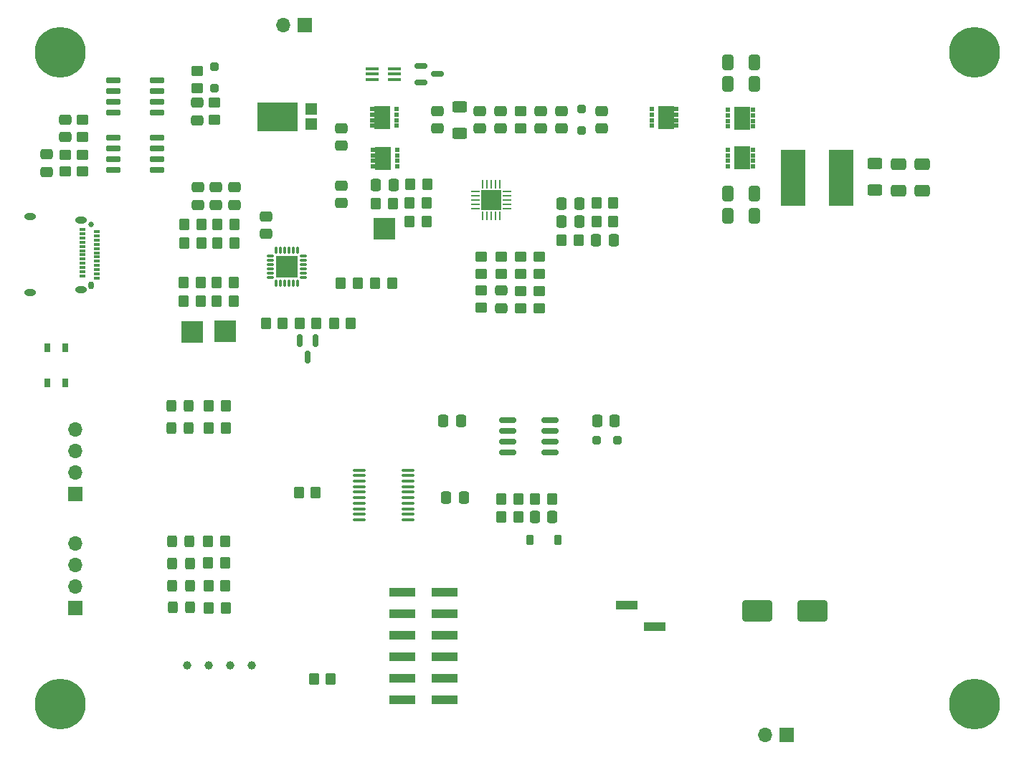
<source format=gts>
G04 #@! TF.GenerationSoftware,KiCad,Pcbnew,7.0.1*
G04 #@! TF.CreationDate,2023-10-22T20:19:39-04:00*
G04 #@! TF.ProjectId,battery_charging_devboard,62617474-6572-4795-9f63-68617267696e,rev?*
G04 #@! TF.SameCoordinates,Original*
G04 #@! TF.FileFunction,Soldermask,Top*
G04 #@! TF.FilePolarity,Negative*
%FSLAX46Y46*%
G04 Gerber Fmt 4.6, Leading zero omitted, Abs format (unit mm)*
G04 Created by KiCad (PCBNEW 7.0.1) date 2023-10-22 20:19:39*
%MOMM*%
%LPD*%
G01*
G04 APERTURE LIST*
G04 Aperture macros list*
%AMRoundRect*
0 Rectangle with rounded corners*
0 $1 Rounding radius*
0 $2 $3 $4 $5 $6 $7 $8 $9 X,Y pos of 4 corners*
0 Add a 4 corners polygon primitive as box body*
4,1,4,$2,$3,$4,$5,$6,$7,$8,$9,$2,$3,0*
0 Add four circle primitives for the rounded corners*
1,1,$1+$1,$2,$3*
1,1,$1+$1,$4,$5*
1,1,$1+$1,$6,$7*
1,1,$1+$1,$8,$9*
0 Add four rect primitives between the rounded corners*
20,1,$1+$1,$2,$3,$4,$5,0*
20,1,$1+$1,$4,$5,$6,$7,0*
20,1,$1+$1,$6,$7,$8,$9,0*
20,1,$1+$1,$8,$9,$2,$3,0*%
G04 Aperture macros list end*
%ADD10RoundRect,0.250000X-0.650000X0.412500X-0.650000X-0.412500X0.650000X-0.412500X0.650000X0.412500X0*%
%ADD11RoundRect,0.250000X0.450000X-0.350000X0.450000X0.350000X-0.450000X0.350000X-0.450000X-0.350000X0*%
%ADD12R,0.500000X0.470000*%
%ADD13R,0.550000X0.470000*%
%ADD14R,1.850000X2.700000*%
%ADD15RoundRect,0.250000X-0.337500X-0.475000X0.337500X-0.475000X0.337500X0.475000X-0.337500X0.475000X0*%
%ADD16RoundRect,0.250000X-0.350000X-0.450000X0.350000X-0.450000X0.350000X0.450000X-0.350000X0.450000X0*%
%ADD17RoundRect,0.250000X0.475000X-0.337500X0.475000X0.337500X-0.475000X0.337500X-0.475000X-0.337500X0*%
%ADD18RoundRect,0.250000X-0.412500X-0.650000X0.412500X-0.650000X0.412500X0.650000X-0.412500X0.650000X0*%
%ADD19RoundRect,0.250000X0.350000X0.450000X-0.350000X0.450000X-0.350000X-0.450000X0.350000X-0.450000X0*%
%ADD20RoundRect,0.250000X-0.250000X-0.250000X0.250000X-0.250000X0.250000X0.250000X-0.250000X0.250000X0*%
%ADD21RoundRect,0.250000X-0.325000X-0.450000X0.325000X-0.450000X0.325000X0.450000X-0.325000X0.450000X0*%
%ADD22RoundRect,0.250000X-0.475000X0.337500X-0.475000X-0.337500X0.475000X-0.337500X0.475000X0.337500X0*%
%ADD23RoundRect,0.250000X0.337500X0.475000X-0.337500X0.475000X-0.337500X-0.475000X0.337500X-0.475000X0*%
%ADD24RoundRect,0.250000X-0.450000X0.350000X-0.450000X-0.350000X0.450000X-0.350000X0.450000X0.350000X0*%
%ADD25RoundRect,0.150000X-0.150000X0.587500X-0.150000X-0.587500X0.150000X-0.587500X0.150000X0.587500X0*%
%ADD26C,0.800000*%
%ADD27C,6.000000*%
%ADD28RoundRect,0.150000X-0.725000X-0.150000X0.725000X-0.150000X0.725000X0.150000X-0.725000X0.150000X0*%
%ADD29RoundRect,0.250000X-0.625000X0.400000X-0.625000X-0.400000X0.625000X-0.400000X0.625000X0.400000X0*%
%ADD30R,2.500000X2.500000*%
%ADD31RoundRect,0.062500X-0.425000X-0.062500X0.425000X-0.062500X0.425000X0.062500X-0.425000X0.062500X0*%
%ADD32RoundRect,0.062500X-0.062500X-0.425000X0.062500X-0.425000X0.062500X0.425000X-0.062500X0.425000X0*%
%ADD33R,2.400000X2.400000*%
%ADD34RoundRect,0.250000X1.500000X1.000000X-1.500000X1.000000X-1.500000X-1.000000X1.500000X-1.000000X0*%
%ADD35C,1.000000*%
%ADD36R,2.510000X1.000000*%
%ADD37R,1.700000X1.700000*%
%ADD38O,1.700000X1.700000*%
%ADD39RoundRect,0.250000X0.625000X-0.400000X0.625000X0.400000X-0.625000X0.400000X-0.625000X-0.400000X0*%
%ADD40RoundRect,0.225000X-0.225000X-0.375000X0.225000X-0.375000X0.225000X0.375000X-0.225000X0.375000X0*%
%ADD41C,0.650000*%
%ADD42O,0.650000X0.950000*%
%ADD43R,0.700000X0.300000*%
%ADD44O,1.400000X0.800000*%
%ADD45R,2.850000X6.600000*%
%ADD46R,0.650000X1.050000*%
%ADD47RoundRect,0.150000X-0.587500X-0.150000X0.587500X-0.150000X0.587500X0.150000X-0.587500X0.150000X0*%
%ADD48RoundRect,0.100000X0.637500X0.100000X-0.637500X0.100000X-0.637500X-0.100000X0.637500X-0.100000X0*%
%ADD49R,1.500000X0.400000*%
%ADD50RoundRect,0.150000X0.725000X0.150000X-0.725000X0.150000X-0.725000X-0.150000X0.725000X-0.150000X0*%
%ADD51RoundRect,0.075000X-0.350000X-0.075000X0.350000X-0.075000X0.350000X0.075000X-0.350000X0.075000X0*%
%ADD52RoundRect,0.075000X-0.075000X-0.350000X0.075000X-0.350000X0.075000X0.350000X-0.075000X0.350000X0*%
%ADD53R,2.650000X2.650000*%
%ADD54RoundRect,0.150000X-0.825000X-0.150000X0.825000X-0.150000X0.825000X0.150000X-0.825000X0.150000X0*%
%ADD55RoundRect,0.250000X0.250000X-0.250000X0.250000X0.250000X-0.250000X0.250000X-0.250000X-0.250000X0*%
%ADD56R,3.150000X1.000000*%
%ADD57RoundRect,0.250000X-0.250000X0.250000X-0.250000X-0.250000X0.250000X-0.250000X0.250000X0.250000X0*%
%ADD58R,4.860000X3.360000*%
%ADD59R,1.400000X1.390000*%
G04 APERTURE END LIST*
D10*
X145800000Y-57237500D03*
X145800000Y-60362500D03*
D11*
X93775000Y-74158947D03*
X93775000Y-72158947D03*
D12*
X83780000Y-52687500D03*
X83780000Y-52037500D03*
X83780000Y-51387500D03*
X83780000Y-50737500D03*
D13*
X80880000Y-52687500D03*
X80880000Y-52037500D03*
D14*
X82075000Y-51712500D03*
D13*
X80880000Y-51387500D03*
X80880000Y-50737500D03*
D15*
X107422500Y-87515000D03*
X109497500Y-87515000D03*
D16*
X58700000Y-64337500D03*
X60700000Y-64337500D03*
D17*
X60300000Y-62025000D03*
X60300000Y-59950000D03*
D16*
X62600000Y-64337500D03*
X64600000Y-64337500D03*
D18*
X122837500Y-47725000D03*
X125962500Y-47725000D03*
D12*
X122895000Y-55527500D03*
X122895000Y-56177500D03*
X122895000Y-56827500D03*
X122895000Y-57477500D03*
D13*
X125795000Y-55527500D03*
X125795000Y-56177500D03*
D14*
X124600000Y-56502500D03*
D13*
X125795000Y-56827500D03*
X125795000Y-57477500D03*
D15*
X100057500Y-98920000D03*
X102132500Y-98920000D03*
D19*
X78350000Y-76037500D03*
X76350000Y-76037500D03*
D17*
X60250000Y-52062500D03*
X60250000Y-49987500D03*
D16*
X62500000Y-71237500D03*
X64500000Y-71237500D03*
D20*
X107350000Y-89800000D03*
X109850000Y-89800000D03*
D21*
X57220000Y-101780000D03*
X59270000Y-101780000D03*
X57175000Y-85800000D03*
X59225000Y-85800000D03*
D12*
X113900000Y-50750000D03*
X113900000Y-51400000D03*
X113900000Y-52050000D03*
X113900000Y-52700000D03*
D13*
X116800000Y-50750000D03*
X116800000Y-51400000D03*
D14*
X115605000Y-51725000D03*
D13*
X116800000Y-52050000D03*
X116800000Y-52700000D03*
D22*
X108000000Y-50962500D03*
X108000000Y-53037500D03*
D16*
X74000000Y-118000000D03*
X76000000Y-118000000D03*
D23*
X91367500Y-87515000D03*
X89292500Y-87515000D03*
D19*
X102095000Y-96790000D03*
X100095000Y-96790000D03*
D16*
X61600000Y-88400000D03*
X63600000Y-88400000D03*
D24*
X98400000Y-51000000D03*
X98400000Y-53000000D03*
D25*
X74200000Y-78100000D03*
X72300000Y-78100000D03*
X73250000Y-79975000D03*
D17*
X62450000Y-62025000D03*
X62450000Y-59950000D03*
D15*
X89597500Y-96590000D03*
X91672500Y-96590000D03*
D26*
X149750000Y-121000000D03*
X150409010Y-119409010D03*
X150409010Y-122590990D03*
X152000000Y-118750000D03*
D27*
X152000000Y-121000000D03*
D26*
X152000000Y-123250000D03*
X153590990Y-119409010D03*
X153590990Y-122590990D03*
X154250000Y-121000000D03*
D12*
X122895000Y-50825000D03*
X122895000Y-51475000D03*
X122895000Y-52125000D03*
X122895000Y-52775000D03*
D13*
X125795000Y-50825000D03*
X125795000Y-51475000D03*
D14*
X124600000Y-51800000D03*
D13*
X125795000Y-52125000D03*
X125795000Y-52775000D03*
D28*
X50325000Y-54082500D03*
X50325000Y-55352500D03*
X50325000Y-56622500D03*
X50325000Y-57892500D03*
X55475000Y-57892500D03*
X55475000Y-56622500D03*
X55475000Y-55352500D03*
X55475000Y-54082500D03*
D16*
X72200000Y-96000000D03*
X74200000Y-96000000D03*
D11*
X46700000Y-54000000D03*
X46700000Y-52000000D03*
D21*
X57290000Y-104350000D03*
X59340000Y-104350000D03*
D29*
X91200000Y-50450000D03*
X91200000Y-53550000D03*
D30*
X63550000Y-76937500D03*
D19*
X83200000Y-71287500D03*
X81200000Y-71287500D03*
D31*
X93037500Y-60458947D03*
X93037500Y-60958947D03*
X93037500Y-61458947D03*
X93037500Y-61958947D03*
X93037500Y-62458947D03*
D32*
X93925000Y-63346447D03*
X94425000Y-63346447D03*
X94925000Y-63346447D03*
X95425000Y-63346447D03*
X95925000Y-63346447D03*
D31*
X96812500Y-62458947D03*
X96812500Y-61958947D03*
X96812500Y-61458947D03*
X96812500Y-60958947D03*
X96812500Y-60458947D03*
D32*
X95925000Y-59571447D03*
X95425000Y-59571447D03*
X94925000Y-59571447D03*
X94425000Y-59571447D03*
X93925000Y-59571447D03*
D33*
X94925000Y-61458947D03*
D21*
X57310000Y-109580000D03*
X59360000Y-109580000D03*
D24*
X100625000Y-72208947D03*
X100625000Y-74208947D03*
D19*
X63495000Y-104330000D03*
X61495000Y-104330000D03*
D16*
X85275000Y-64008947D03*
X87275000Y-64008947D03*
D22*
X93600000Y-50962500D03*
X93600000Y-53037500D03*
D11*
X100625000Y-70158947D03*
X100625000Y-68158947D03*
D21*
X57290000Y-106980000D03*
X59340000Y-106980000D03*
D19*
X63565000Y-109650000D03*
X61565000Y-109650000D03*
D34*
X132850000Y-110000000D03*
X126350000Y-110000000D03*
D19*
X63555000Y-106990000D03*
X61555000Y-106990000D03*
D35*
X59000000Y-116400000D03*
D24*
X46700000Y-56087500D03*
X46700000Y-58087500D03*
D30*
X59600000Y-77000000D03*
D10*
X143025000Y-57237500D03*
X143025000Y-60362500D03*
D36*
X110945000Y-109330000D03*
X114255000Y-111870000D03*
D16*
X72300000Y-76037500D03*
X74300000Y-76037500D03*
X85275000Y-61808947D03*
X87275000Y-61808947D03*
D37*
X45800000Y-96200000D03*
D38*
X45800000Y-93660000D03*
X45800000Y-91120000D03*
X45800000Y-88580000D03*
D17*
X96000000Y-53037500D03*
X96000000Y-50962500D03*
D16*
X81325000Y-61862500D03*
X83325000Y-61862500D03*
D24*
X98375000Y-72208947D03*
X98375000Y-74208947D03*
D17*
X68300000Y-65475000D03*
X68300000Y-63400000D03*
X77200000Y-61837500D03*
X77200000Y-59762500D03*
D37*
X129800000Y-124600000D03*
D38*
X127260000Y-124600000D03*
D37*
X45800000Y-109600000D03*
D38*
X45800000Y-107060000D03*
X45800000Y-104520000D03*
X45800000Y-101980000D03*
D19*
X105250000Y-66237500D03*
X103250000Y-66237500D03*
D17*
X42450000Y-58137500D03*
X42450000Y-56062500D03*
D11*
X60250000Y-48237500D03*
X60250000Y-46237500D03*
D17*
X64600000Y-62037500D03*
X64600000Y-59962500D03*
D16*
X58600000Y-73437500D03*
X60600000Y-73437500D03*
D11*
X44600000Y-58087500D03*
X44600000Y-56087500D03*
D39*
X140200000Y-60262500D03*
X140200000Y-57162500D03*
D19*
X79150000Y-71287500D03*
X77150000Y-71287500D03*
D18*
X122837500Y-45200000D03*
X125962500Y-45200000D03*
D19*
X98125000Y-96780000D03*
X96125000Y-96780000D03*
D15*
X81325000Y-59687500D03*
X83400000Y-59687500D03*
D23*
X105337500Y-64008947D03*
X103262500Y-64008947D03*
D40*
X99535000Y-101590000D03*
X102835000Y-101590000D03*
D41*
X47710000Y-64337500D03*
D42*
X47710000Y-71537500D03*
D43*
X48370000Y-65187500D03*
X48370000Y-65687500D03*
X48370000Y-66187500D03*
X48370000Y-66687500D03*
X48370000Y-67187500D03*
X48370000Y-67687500D03*
X48370000Y-68187500D03*
X48370000Y-68687500D03*
X48370000Y-69187500D03*
X48370000Y-69687500D03*
X48370000Y-70187500D03*
X48370000Y-70687500D03*
X46670000Y-70437500D03*
X46670000Y-69937500D03*
X46670000Y-69437500D03*
X46670000Y-68937500D03*
X46670000Y-68437500D03*
X46670000Y-67937500D03*
X46670000Y-67437500D03*
X46670000Y-66937500D03*
X46670000Y-66437500D03*
X46670000Y-65937500D03*
X46670000Y-65437500D03*
X46670000Y-64937500D03*
D44*
X40510000Y-63447500D03*
X46460000Y-63807500D03*
X46460000Y-72067500D03*
X40510000Y-72427500D03*
D19*
X87362500Y-59637500D03*
X85362500Y-59637500D03*
D17*
X96075000Y-74233947D03*
X96075000Y-72158947D03*
D45*
X130575000Y-58800000D03*
X136225000Y-58800000D03*
D18*
X122875000Y-60700000D03*
X126000000Y-60700000D03*
D46*
X44675000Y-78925000D03*
X44675000Y-83075000D03*
X42525000Y-78925000D03*
X42525000Y-83075000D03*
D16*
X61575000Y-85800000D03*
X63575000Y-85800000D03*
D26*
X41750000Y-121000000D03*
X42409010Y-119409010D03*
X42409010Y-122590990D03*
X44000000Y-118750000D03*
D27*
X44000000Y-121000000D03*
D26*
X44000000Y-123250000D03*
X45590990Y-119409010D03*
X45590990Y-122590990D03*
X46250000Y-121000000D03*
D12*
X83825000Y-57497500D03*
X83825000Y-56847500D03*
X83825000Y-56197500D03*
X83825000Y-55547500D03*
D13*
X80925000Y-57497500D03*
X80925000Y-56847500D03*
D14*
X82120000Y-56522500D03*
D13*
X80925000Y-56197500D03*
X80925000Y-55547500D03*
D23*
X105337500Y-61858947D03*
X103262500Y-61858947D03*
D47*
X86662500Y-45650000D03*
X86662500Y-47550000D03*
X88537500Y-46600000D03*
D11*
X62250000Y-51987500D03*
X62250000Y-49987500D03*
D48*
X85092500Y-99215000D03*
X85092500Y-98565000D03*
X85092500Y-97915000D03*
X85092500Y-97265000D03*
X85092500Y-96615000D03*
X85092500Y-95965000D03*
X85092500Y-95315000D03*
X85092500Y-94665000D03*
X85092500Y-94015000D03*
X85092500Y-93365000D03*
X79367500Y-93365000D03*
X79367500Y-94015000D03*
X79367500Y-94665000D03*
X79367500Y-95315000D03*
X79367500Y-95965000D03*
X79367500Y-96615000D03*
X79367500Y-97265000D03*
X79367500Y-97915000D03*
X79367500Y-98565000D03*
X79367500Y-99215000D03*
D19*
X63505000Y-101770000D03*
X61505000Y-101770000D03*
D49*
X80870000Y-45950000D03*
X80870000Y-46600000D03*
X80870000Y-47250000D03*
X83530000Y-47250000D03*
X83530000Y-46600000D03*
X83530000Y-45950000D03*
D50*
X55475000Y-51092500D03*
X55475000Y-49822500D03*
X55475000Y-48552500D03*
X55475000Y-47282500D03*
X50325000Y-47282500D03*
X50325000Y-48552500D03*
X50325000Y-49822500D03*
X50325000Y-51092500D03*
D18*
X122875000Y-63300000D03*
X126000000Y-63300000D03*
D51*
X68850000Y-68087500D03*
X68850000Y-68587500D03*
X68850000Y-69087500D03*
X68850000Y-69587500D03*
X68850000Y-70087500D03*
X68850000Y-70587500D03*
D52*
X69550000Y-71287500D03*
X70050000Y-71287500D03*
X70550000Y-71287500D03*
X71050000Y-71287500D03*
X71550000Y-71287500D03*
X72050000Y-71287500D03*
D51*
X72750000Y-70587500D03*
X72750000Y-70087500D03*
X72750000Y-69587500D03*
X72750000Y-69087500D03*
X72750000Y-68587500D03*
X72750000Y-68087500D03*
D52*
X72050000Y-67387500D03*
X71550000Y-67387500D03*
X71050000Y-67387500D03*
X70550000Y-67387500D03*
X70050000Y-67387500D03*
X69550000Y-67387500D03*
D53*
X70800000Y-69337500D03*
D23*
X109387500Y-66237500D03*
X107312500Y-66237500D03*
D24*
X96075000Y-68146447D03*
X96075000Y-70146447D03*
D54*
X96880000Y-87485000D03*
X96880000Y-88755000D03*
X96880000Y-90025000D03*
X96880000Y-91295000D03*
X101830000Y-91295000D03*
X101830000Y-90025000D03*
X101830000Y-88755000D03*
X101830000Y-87485000D03*
D55*
X62250000Y-48237500D03*
X62250000Y-45737500D03*
D16*
X68300000Y-76037500D03*
X70300000Y-76037500D03*
D11*
X93775000Y-70158947D03*
X93775000Y-68158947D03*
D56*
X84400000Y-107800000D03*
X89450000Y-107800000D03*
X84400000Y-110340000D03*
X89450000Y-110340000D03*
X84400000Y-112880000D03*
X89450000Y-112880000D03*
X84400000Y-115420000D03*
X89450000Y-115420000D03*
X84400000Y-117960000D03*
X89450000Y-117960000D03*
X84400000Y-120500000D03*
X89450000Y-120500000D03*
D16*
X58600000Y-71237500D03*
X60600000Y-71237500D03*
D57*
X105600000Y-50750000D03*
X105600000Y-53250000D03*
D11*
X98375000Y-70158947D03*
X98375000Y-68158947D03*
D35*
X66620000Y-116400000D03*
D22*
X88600000Y-50962500D03*
X88600000Y-53037500D03*
D16*
X62600000Y-66537500D03*
X64600000Y-66537500D03*
D19*
X109350000Y-61833947D03*
X107350000Y-61833947D03*
D22*
X100800000Y-50962500D03*
X100800000Y-53037500D03*
D30*
X82275000Y-64808947D03*
D22*
X103200000Y-50962500D03*
X103200000Y-53037500D03*
D17*
X44600000Y-54037500D03*
X44600000Y-51962500D03*
D26*
X41750000Y-44000000D03*
X42409010Y-42409010D03*
X42409010Y-45590990D03*
X44000000Y-41750000D03*
D27*
X44000000Y-44000000D03*
D26*
X44000000Y-46250000D03*
X45590990Y-42409010D03*
X45590990Y-45590990D03*
X46250000Y-44000000D03*
X149750000Y-44000000D03*
X150409010Y-42409010D03*
X150409010Y-45590990D03*
X152000000Y-41750000D03*
D27*
X152000000Y-44000000D03*
D26*
X152000000Y-46250000D03*
X153590990Y-42409010D03*
X153590990Y-45590990D03*
X154250000Y-44000000D03*
D35*
X64080000Y-116400000D03*
D16*
X58700000Y-66537500D03*
X60700000Y-66537500D03*
D58*
X69680000Y-51600000D03*
D59*
X73662000Y-50680000D03*
X73662000Y-52520000D03*
D17*
X77200000Y-55037500D03*
X77200000Y-52962500D03*
D35*
X61540000Y-116400000D03*
D21*
X57175000Y-88400000D03*
X59225000Y-88400000D03*
D16*
X96135000Y-98920000D03*
X98135000Y-98920000D03*
X62500000Y-73437500D03*
X64500000Y-73437500D03*
D37*
X72940000Y-40800000D03*
D38*
X70400000Y-40800000D03*
D19*
X109350000Y-64008947D03*
X107350000Y-64008947D03*
M02*

</source>
